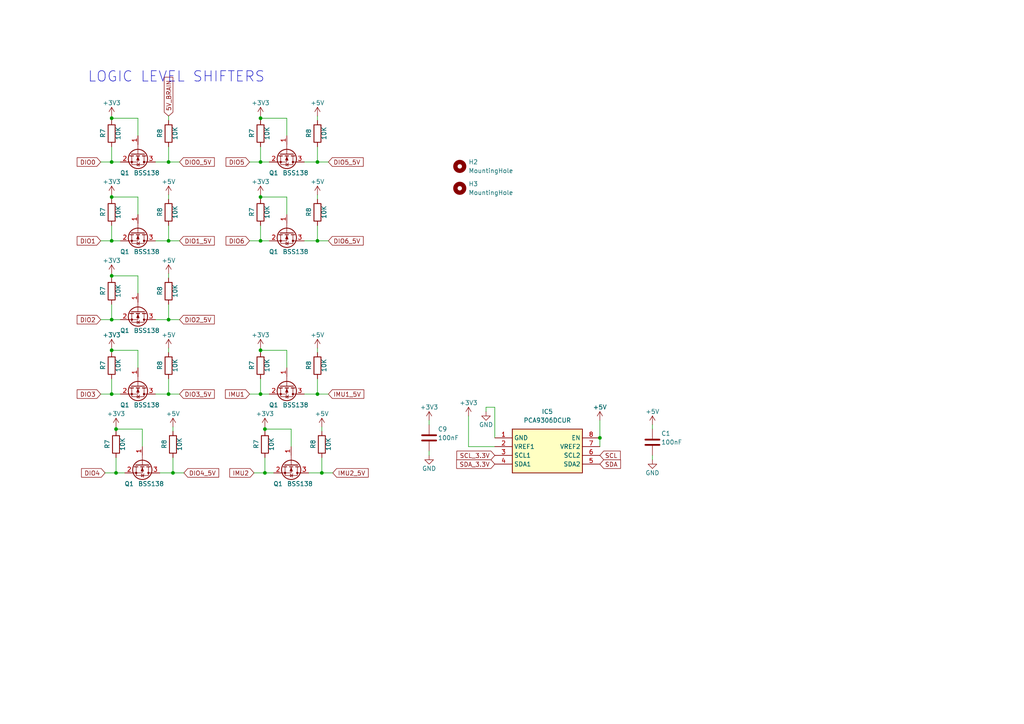
<source format=kicad_sch>
(kicad_sch (version 20230121) (generator eeschema)
  (paper "A4")
  (lib_symbols
    (symbol "Device:C" (pin_numbers hide) (pin_names (offset 0.254))
      (property "Reference" "C" (at 0.635 2.54 0))
      (property "Value" "C" (at 0.635 -2.54 0))
      (symbol "C_0_1"
        (polyline (pts (xy -2.032 -0.762) (xy 2.032 -0.762)) (stroke (width 0.508)))
        (polyline (pts (xy -2.032 0.762) (xy 2.032 0.762)) (stroke (width 0.508)))
      )
      (symbol "C_1_1"
        (pin passive line (at 0 3.81 270) (length 2.794) (name "~") (number "1"))
        (pin passive line (at 0 -3.81 90) (length 2.794) (name "~") (number "2"))
      )
    )
    (symbol "Device:R" (pin_numbers hide) (pin_names (offset 0))
      (property "Reference" "R" (at 2.032 0 90))
      (property "Value" "R" (at 0 0 90))
      (symbol "R_0_1"
        (rectangle (start -1.016 -2.54) (end 1.016 2.54) (stroke (width 0.254)))
      )
      (symbol "R_1_1"
        (pin passive line (at 0 3.81 270) (length 1.27) (name "~") (number "1"))
        (pin passive line (at 0 -3.81 90) (length 1.27) (name "~") (number "2"))
      )
    )
    (symbol "Mechanical:MountingHole" (pin_names (offset 1.016))
      (property "Reference" "H" (at 0 5.08 0))
      (property "Value" "MountingHole" (at 0 3.175 0))
      (symbol "MountingHole_0_1"
        (circle (center 0 0) (radius 1.27) (stroke (width 1.27)))
      )
    )
    (symbol "PCA9306DCUR:PCA9306DCUR"
      (property "Reference" "IC" (at 26.67 7.62 0))
      (property "Value" "PCA9306DCUR" (at 26.67 5.08 0))
      (symbol "PCA9306DCUR_1_1"
        (rectangle (start 5.08 2.54) (end 25.4 -10.16) (stroke (width 0.254)) (fill (type background)))
        (pin passive line (at 0 0 0) (length 5.08) (name "GND") (number "1"))
        (pin passive line (at 0 -2.54 0) (length 5.08) (name "VREF1") (number "2"))
        (pin passive line (at 0 -5.08 0) (length 5.08) (name "SCL1") (number "3"))
        (pin passive line (at 0 -7.62 0) (length 5.08) (name "SDA1") (number "4"))
        (pin passive line (at 30.48 -7.62 180) (length 5.08) (name "SDA2") (number "5"))
        (pin passive line (at 30.48 -5.08 180) (length 5.08) (name "SCL2") (number "6"))
        (pin passive line (at 30.48 -2.54 180) (length 5.08) (name "VREF2") (number "7"))
        (pin passive line (at 30.48 0 180) (length 5.08) (name "EN") (number "8"))
      )
    )
    (symbol "Transistor_FET:BSS138" (pin_names hide)
      (property "Reference" "Q" (at 5.08 1.905 0))
      (property "Value" "BSS138" (at 5.08 0 0))
      (symbol "BSS138_0_1"
        (polyline (pts (xy 0.254 0) (xy -2.54 0)))
        (polyline (pts (xy 0.254 1.905) (xy 0.254 -1.905)) (stroke (width 0.254)))
        (polyline (pts (xy 0.762 -1.27) (xy 0.762 -2.286)) (stroke (width 0.254)))
        (polyline (pts (xy 0.762 0.508) (xy 0.762 -0.508)) (stroke (width 0.254)))
        (polyline (pts (xy 0.762 2.286) (xy 0.762 1.27)) (stroke (width 0.254)))
        (polyline (pts (xy 2.54 2.54) (xy 2.54 1.778)))
        (polyline (pts (xy 2.54 -2.54) (xy 2.54 0) (xy 0.762 0)))
        (polyline (pts (xy 0.762 -1.778) (xy 3.302 -1.778) (xy 3.302 1.778) (xy 0.762 1.778)))
        (polyline (pts (xy 1.016 0) (xy 2.032 0.381) (xy 2.032 -0.381) (xy 1.016 0)) (fill (type outline)))
        (polyline (pts (xy 2.794 0.508) (xy 2.921 0.381) (xy 3.683 0.381) (xy 3.81 0.254)))
        (polyline (pts (xy 3.302 0.381) (xy 2.921 -0.254) (xy 3.683 -0.254) (xy 3.302 0.381)))
        (circle (center 1.651 0) (radius 2.794) (stroke (width 0.254)))
        (circle (center 2.54 -1.778) (radius 0.254) (fill (type outline)))
        (circle (center 2.54 1.778) (radius 0.254) (fill (type outline)))
      )
      (symbol "BSS138_1_1"
        (pin input line (at -5.08 0 0) (length 2.54) (name "G") (number "1"))
        (pin passive line (at 2.54 -5.08 90) (length 2.54) (name "S") (number "2"))
        (pin passive line (at 2.54 5.08 270) (length 2.54) (name "D") (number "3"))
      )
    )
    (symbol "power:+3V3" (power) (pin_names (offset 0))
      (property "Value" "+3V3" (at 0 3.556 0))
      (symbol "+3V3_0_1"
        (polyline (pts (xy -0.762 1.27) (xy 0 2.54)))
        (polyline (pts (xy 0 0) (xy 0 2.54)))
        (polyline (pts (xy 0 2.54) (xy 0.762 1.27)))
      )
      (symbol "+3V3_1_1"
        (pin power_in line (at 0 0 90) (length 0) hide (name "+3V3") (number "1"))
      )
    )
    (symbol "power:+5V" (power) (pin_names (offset 0))
      (property "Value" "+5V" (at 0 3.556 0))
      (symbol "+5V_0_1"
        (polyline (pts (xy -0.762 1.27) (xy 0 2.54)))
        (polyline (pts (xy 0 0) (xy 0 2.54)))
        (polyline (pts (xy 0 2.54) (xy 0.762 1.27)))
      )
      (symbol "+5V_1_1"
        (pin power_in line (at 0 0 90) (length 0) hide (name "+5V") (number "1"))
      )
    )
    (symbol "power:GND" (power) (pin_names (offset 0))
      (property "Value" "GND" (at 0 -3.81 0))
      (symbol "GND_0_1"
        (polyline (pts (xy 0 0) (xy 0 -1.27) (xy 1.27 -1.27) (xy 0 -2.54) (xy -1.27 -1.27) (xy 0 -1.27)))
      )
      (symbol "GND_1_1"
        (pin power_in line (at 0 0 270) (length 0) hide (name "GND") (number "1"))
      )
    )
  )
  (junction (at 32.385 101.6))
  (junction (at 173.99 127))
  (junction (at 48.895 69.85))
  (junction (at 75.565 69.85))
  (junction (at 48.895 92.71))
  (junction (at 32.385 46.99))
  (junction (at 32.385 57.15))
  (junction (at 48.895 46.99))
  (junction (at 75.565 34.29))
  (junction (at 75.565 57.15))
  (junction (at 32.385 80.01))
  (junction (at 92.075 46.99))
  (junction (at 75.565 101.6))
  (junction (at 32.385 92.71))
  (junction (at 92.075 69.85))
  (junction (at 93.345 137.16))
  (junction (at 48.895 114.3))
  (junction (at 76.835 137.16))
  (junction (at 33.655 137.16))
  (junction (at 50.165 137.16))
  (junction (at 75.565 114.3))
  (junction (at 32.385 114.3))
  (junction (at 32.385 69.85))
  (junction (at 92.075 114.3))
  (junction (at 75.565 46.99))
  (junction (at 76.835 124.46))
  (junction (at 33.655 124.46))
  (junction (at 32.385 34.29))
  (wire (pts (xy 189.23 132.08) (xy 189.23 133.35)))
  (wire (pts (xy 33.655 124.46) (xy 33.655 125.095)))
  (wire (pts (xy 72.39 69.85) (xy 75.565 69.85)))
  (wire (pts (xy 93.345 123.825) (xy 93.345 125.095)))
  (wire (pts (xy 92.075 46.99) (xy 95.25 46.99)))
  (wire (pts (xy 32.385 80.01) (xy 32.385 80.645)))
  (wire (pts (xy 29.21 92.71) (xy 32.385 92.71)))
  (wire (pts (xy 30.48 137.16) (xy 33.655 137.16)))
  (wire (pts (xy 48.895 69.85) (xy 52.07 69.85)))
  (wire (pts (xy 48.895 46.99) (xy 52.07 46.99)))
  (wire (pts (xy 50.165 137.16) (xy 53.34 137.16)))
  (wire (pts (xy 40.005 62.23) (xy 40.005 57.15)))
  (wire (pts (xy 32.385 57.15) (xy 32.385 57.785)))
  (wire (pts (xy 48.895 114.3) (xy 52.07 114.3)))
  (wire (pts (xy 83.185 62.23) (xy 83.185 57.15)))
  (wire (pts (xy 48.895 100.965) (xy 48.895 102.235)))
  (wire (pts (xy 40.005 101.6) (xy 32.385 101.6)))
  (wire (pts (xy 48.895 88.265) (xy 48.895 92.71)))
  (wire (pts (xy 72.39 114.3) (xy 75.565 114.3)))
  (wire (pts (xy 32.385 34.29) (xy 32.385 34.925)))
  (wire (pts (xy 33.655 123.825) (xy 33.655 124.46)))
  (wire (pts (xy 32.385 114.3) (xy 34.925 114.3)))
  (wire (pts (xy 83.185 34.29) (xy 75.565 34.29)))
  (wire (pts (xy 92.075 114.3) (xy 95.25 114.3)))
  (wire (pts (xy 48.895 79.375) (xy 48.895 80.645)))
  (wire (pts (xy 83.185 106.68) (xy 83.185 101.6)))
  (wire (pts (xy 173.99 127) (xy 173.99 129.54)))
  (wire (pts (xy 40.005 39.37) (xy 40.005 34.29)))
  (wire (pts (xy 76.835 124.46) (xy 76.835 125.095)))
  (wire (pts (xy 72.39 46.99) (xy 75.565 46.99)))
  (wire (pts (xy 32.385 101.6) (xy 32.385 102.235)))
  (wire (pts (xy 48.895 33.655) (xy 48.895 34.925)))
  (wire (pts (xy 50.165 132.715) (xy 50.165 137.16)))
  (wire (pts (xy 40.005 57.15) (xy 32.385 57.15)))
  (wire (pts (xy 75.565 65.405) (xy 75.565 69.85)))
  (wire (pts (xy 29.21 46.99) (xy 32.385 46.99)))
  (wire (pts (xy 75.565 57.15) (xy 75.565 57.785)))
  (wire (pts (xy 48.895 65.405) (xy 48.895 69.85)))
  (wire (pts (xy 45.085 46.99) (xy 48.895 46.99)))
  (wire (pts (xy 32.385 92.71) (xy 34.925 92.71)))
  (wire (pts (xy 73.66 137.16) (xy 76.835 137.16)))
  (wire (pts (xy 75.565 69.85) (xy 78.105 69.85)))
  (wire (pts (xy 40.005 80.01) (xy 32.385 80.01)))
  (wire (pts (xy 48.895 56.515) (xy 48.895 57.785)))
  (wire (pts (xy 32.385 79.375) (xy 32.385 80.01)))
  (wire (pts (xy 32.385 100.965) (xy 32.385 101.6)))
  (wire (pts (xy 93.345 137.16) (xy 96.52 137.16)))
  (wire (pts (xy 29.21 114.3) (xy 32.385 114.3)))
  (wire (pts (xy 32.385 42.545) (xy 32.385 46.99)))
  (wire (pts (xy 75.565 46.99) (xy 78.105 46.99)))
  (wire (pts (xy 33.655 137.16) (xy 36.195 137.16)))
  (wire (pts (xy 84.455 124.46) (xy 76.835 124.46)))
  (wire (pts (xy 189.23 123.19) (xy 189.23 124.46)))
  (wire (pts (xy 83.185 57.15) (xy 75.565 57.15)))
  (wire (pts (xy 45.085 92.71) (xy 48.895 92.71)))
  (wire (pts (xy 76.835 123.825) (xy 76.835 124.46)))
  (wire (pts (xy 41.275 129.54) (xy 41.275 124.46)))
  (wire (pts (xy 32.385 33.655) (xy 32.385 34.29)))
  (wire (pts (xy 76.835 132.715) (xy 76.835 137.16)))
  (wire (pts (xy 124.46 121.92) (xy 124.46 123.19)))
  (wire (pts (xy 45.085 69.85) (xy 48.895 69.85)))
  (wire (pts (xy 32.385 46.99) (xy 34.925 46.99)))
  (wire (pts (xy 48.895 109.855) (xy 48.895 114.3)))
  (wire (pts (xy 92.075 65.405) (xy 92.075 69.85)))
  (wire (pts (xy 83.185 101.6) (xy 75.565 101.6)))
  (wire (pts (xy 92.075 33.655) (xy 92.075 34.925)))
  (wire (pts (xy 92.075 109.855) (xy 92.075 114.3)))
  (wire (pts (xy 41.275 124.46) (xy 33.655 124.46)))
  (wire (pts (xy 83.185 39.37) (xy 83.185 34.29)))
  (wire (pts (xy 40.005 85.09) (xy 40.005 80.01)))
  (wire (pts (xy 45.085 114.3) (xy 48.895 114.3)))
  (wire (pts (xy 88.265 114.3) (xy 92.075 114.3)))
  (wire (pts (xy 75.565 34.29) (xy 75.565 34.925)))
  (wire (pts (xy 89.535 137.16) (xy 93.345 137.16)))
  (wire (pts (xy 92.075 42.545) (xy 92.075 46.99)))
  (wire (pts (xy 29.21 69.85) (xy 32.385 69.85)))
  (wire (pts (xy 93.345 132.715) (xy 93.345 137.16)))
  (wire (pts (xy 75.565 109.855) (xy 75.565 114.3)))
  (wire (pts (xy 143.51 127) (xy 143.51 118.11)))
  (wire (pts (xy 75.565 56.515) (xy 75.565 57.15)))
  (wire (pts (xy 124.46 130.81) (xy 124.46 132.08)))
  (wire (pts (xy 40.005 34.29) (xy 32.385 34.29)))
  (wire (pts (xy 32.385 56.515) (xy 32.385 57.15)))
  (wire (pts (xy 92.075 100.965) (xy 92.075 102.235)))
  (wire (pts (xy 76.835 137.16) (xy 79.375 137.16)))
  (wire (pts (xy 88.265 46.99) (xy 92.075 46.99)))
  (wire (pts (xy 92.075 69.85) (xy 95.25 69.85)))
  (wire (pts (xy 33.655 132.715) (xy 33.655 137.16)))
  (wire (pts (xy 32.385 88.265) (xy 32.385 92.71)))
  (wire (pts (xy 92.075 56.515) (xy 92.075 57.785)))
  (wire (pts (xy 75.565 42.545) (xy 75.565 46.99)))
  (wire (pts (xy 140.97 118.11) (xy 140.97 119.38)))
  (wire (pts (xy 46.355 137.16) (xy 50.165 137.16)))
  (wire (pts (xy 48.895 92.71) (xy 52.07 92.71)))
  (wire (pts (xy 75.565 33.655) (xy 75.565 34.29)))
  (wire (pts (xy 75.565 114.3) (xy 78.105 114.3)))
  (wire (pts (xy 88.265 69.85) (xy 92.075 69.85)))
  (wire (pts (xy 143.51 129.54) (xy 135.89 129.54)))
  (wire (pts (xy 40.005 106.68) (xy 40.005 101.6)))
  (wire (pts (xy 84.455 129.54) (xy 84.455 124.46)))
  (wire (pts (xy 32.385 69.85) (xy 34.925 69.85)))
  (wire (pts (xy 32.385 109.855) (xy 32.385 114.3)))
  (wire (pts (xy 135.89 129.54) (xy 135.89 120.65)))
  (wire (pts (xy 75.565 101.6) (xy 75.565 102.235)))
  (wire (pts (xy 32.385 65.405) (xy 32.385 69.85)))
  (wire (pts (xy 173.99 121.92) (xy 173.99 127)))
  (wire (pts (xy 48.895 42.545) (xy 48.895 46.99)))
  (wire (pts (xy 75.565 100.965) (xy 75.565 101.6)))
  (wire (pts (xy 50.165 123.825) (xy 50.165 125.095)))
  (wire (pts (xy 143.51 118.11) (xy 140.97 118.11)))
  (text "LOGIC LEVEL SHIFTERS" (at 25.4 24.13 0) (effects (font (size 3 3)) (justify left bottom)))
  (global_label "DIO5_5V" (shape input) (at 95.25 46.99 0) (property "Intersheetrefs" "${INTERSHEET_REFS}" (effects hide)))
  (global_label "5V_BRAIN" (shape input) (at 48.895 33.655 90) (property "Intersheetrefs" "${INTERSHEET_REFS}" (effects hide)))
  (global_label "DIO1_5V" (shape input) (at 52.07 69.85 0) (property "Intersheetrefs" "${INTERSHEET_REFS}" (effects hide)))
  (global_label "SCL_3.3V" (shape input) (at 143.51 132.08 180) (property "Intersheetrefs" "${INTERSHEET_REFS}" (effects hide)))
  (global_label "DIO4" (shape input) (at 30.48 137.16 180) (property "Intersheetrefs" "${INTERSHEET_REFS}" (effects hide)))
  (global_label "DIO5" (shape input) (at 72.39 46.99 180) (property "Intersheetrefs" "${INTERSHEET_REFS}" (effects hide)))
  (global_label "DIO6" (shape input) (at 72.39 69.85 180) (property "Intersheetrefs" "${INTERSHEET_REFS}" (effects hide)))
  (global_label "DIO2" (shape input) (at 29.21 92.71 180) (property "Intersheetrefs" "${INTERSHEET_REFS}" (effects hide)))
  (global_label "DIO4_5V" (shape input) (at 53.34 137.16 0) (property "Intersheetrefs" "${INTERSHEET_REFS}" (effects hide)))
  (global_label "SDA_3.3V" (shape input) (at 143.51 134.62 180) (property "Intersheetrefs" "${INTERSHEET_REFS}" (effects hide)))
  (global_label "DIO0" (shape input) (at 29.21 46.99 180) (property "Intersheetrefs" "${INTERSHEET_REFS}" (effects hide)))
  (global_label "IMU2" (shape input) (at 73.66 137.16 180) (property "Intersheetrefs" "${INTERSHEET_REFS}" (effects hide)))
  (global_label "DIO3" (shape input) (at 29.21 114.3 180) (property "Intersheetrefs" "${INTERSHEET_REFS}" (effects hide)))
  (global_label "DIO0_5V" (shape input) (at 52.07 46.99 0) (property "Intersheetrefs" "${INTERSHEET_REFS}" (effects hide)))
  (global_label "DIO1" (shape input) (at 29.21 69.85 180) (property "Intersheetrefs" "${INTERSHEET_REFS}" (effects hide)))
  (global_label "IMU2_5V" (shape input) (at 96.52 137.16 0) (property "Intersheetrefs" "${INTERSHEET_REFS}" (effects hide)))
  (global_label "DIO3_5V" (shape input) (at 52.07 114.3 0) (property "Intersheetrefs" "${INTERSHEET_REFS}" (effects hide)))
  (global_label "SCL" (shape input) (at 173.99 132.08 0) (property "Intersheetrefs" "${INTERSHEET_REFS}" (effects hide)))
  (global_label "IMU1_5V" (shape input) (at 95.25 114.3 0) (property "Intersheetrefs" "${INTERSHEET_REFS}" (effects hide)))
  (global_label "IMU1" (shape input) (at 72.39 114.3 180) (property "Intersheetrefs" "${INTERSHEET_REFS}" (effects hide)))
  (global_label "DIO2_5V" (shape input) (at 52.07 92.71 0) (property "Intersheetrefs" "${INTERSHEET_REFS}" (effects hide)))
  (global_label "DIO6_5V" (shape input) (at 95.25 69.85 0) (property "Intersheetrefs" "${INTERSHEET_REFS}" (effects hide)))
  (global_label "SDA" (shape input) (at 173.99 134.62 0) (property "Intersheetrefs" "${INTERSHEET_REFS}" (effects hide)))
  (symbol (lib_id "Device:C") (at 189.23 128.27 0) (unit 1)
    (property "Reference" "C1" (at 191.77 125.73 0) (effects (justify left)))
    (property "Value" "100nF" (at 191.77 128.27 0) (effects (justify left)))
    (property "Footprint" "Capacitor_SMD:C_0603_1608Metric" (effects hide))
    (instances (project "mainControllerGRR" (path "" (reference "C1") (unit 1)) (path "" (reference "C14") (unit 1))))
  )
  (symbol (lib_id "power:+5V") (at 48.895 100.965 0) (unit 1)
    (property "Reference" "#PWR0109" (effects hide))
    (property "Value" "+5V" (at 48.895 97.155 0))
    (instances (project "mainControllerGRR" (path "" (reference "#PWR0109") (unit 1)) (path "" (reference "#PWR0115") (unit 1))))
  )
  (symbol (lib_id "Device:R") (at 93.345 128.905 0) (unit 1)
    (property "Reference" "R8" (at 90.805 130.175 90) (effects (justify left)))
    (property "Value" "10K" (at 95.25 130.81 90) (effects (justify left)))
    (property "Footprint" "Resistor_SMD:R_0603_1608Metric" (effects hide))
    (property "LCSC" "C844521" (effects hide))
    (instances (project "mainControllerGRR" (path "" (reference "R8") (unit 1)) (path "" (reference "R26") (unit 1))))
  )
  (symbol (lib_id "Transistor_FET:BSS138") (at 40.005 67.31 270) (unit 1)
    (property "Reference" "Q1" (at 36.195 73.025 90))
    (property "Value" "BSS138" (at 42.545 73.025 90))
    (property "Footprint" "Package_TO_SOT_SMD:SOT-23" (effects hide))
    (property "Datasheet" "https://www.onsemi.com/pub/Collateral/BSS138-D.PDF" (effects hide))
    (instances (project "mainControllerGRR" (path "" (reference "Q1") (unit 1)) (path "" (reference "Q2") (unit 1))))
  )
  (symbol (lib_id "Device:R") (at 48.895 61.595 0) (unit 1)
    (property "Reference" "R8" (at 46.355 62.865 90) (effects (justify left)))
    (property "Value" "10K" (at 50.8 63.5 90) (effects (justify left)))
    (property "Footprint" "Resistor_SMD:R_0603_1608Metric" (effects hide))
    (property "LCSC" "C844521" (effects hide))
    (instances (project "mainControllerGRR" (path "" (reference "R8") (unit 1)) (path "" (reference "R10") (unit 1))))
  )
  (symbol (lib_id "power:GND") (at 189.23 133.35 0) (unit 1)
    (property "Reference" "#PWR05" (effects hide))
    (property "Value" "GND" (at 189.23 137.16 0))
    (instances (project "mainControllerGRR" (path "" (reference "#PWR05") (unit 1)) (path "" (reference "#PWR0140") (unit 1))))
  )
  (symbol (lib_id "Device:R") (at 48.895 38.735 0) (unit 1)
    (property "Reference" "R8" (at 46.355 40.005 90) (effects (justify left)))
    (property "Value" "10K" (at 50.8 40.64 90) (effects (justify left)))
    (property "Footprint" "Resistor_SMD:R_0603_1608Metric" (effects hide))
    (property "LCSC" "C844521" (effects hide))
  )
  (symbol (lib_id "Transistor_FET:BSS138") (at 83.185 67.31 270) (unit 1)
    (property "Reference" "Q1" (at 79.375 73.025 90))
    (property "Value" "BSS138" (at 85.725 73.025 90))
    (property "Footprint" "Package_TO_SOT_SMD:SOT-23" (effects hide))
    (property "Datasheet" "https://www.onsemi.com/pub/Collateral/BSS138-D.PDF" (effects hide))
    (instances (project "mainControllerGRR" (path "" (reference "Q1") (unit 1)) (path "" (reference "Q7") (unit 1))))
  )
  (symbol (lib_id "power:+3V3") (at 32.385 100.965 0) (unit 1)
    (property "Reference" "#PWR0108" (effects hide))
    (property "Value" "+3V3" (at 32.385 97.155 0))
    (instances (project "mainControllerGRR" (path "" (reference "#PWR0108") (unit 1)) (path "" (reference "#PWR0114") (unit 1))))
  )
  (symbol (lib_id "Device:R") (at 75.565 106.045 0) (unit 1)
    (property "Reference" "R7" (at 73.025 107.315 90) (effects (justify left)))
    (property "Value" "10K" (at 77.47 107.95 90) (effects (justify left)))
    (property "Footprint" "Resistor_SMD:R_0603_1608Metric" (effects hide))
    (property "LCSC" "C844521" (effects hide))
    (instances (project "mainControllerGRR" (path "" (reference "R7") (unit 1)) (path "" (reference "R20") (unit 1))))
  )
  (symbol (lib_id "power:+5V") (at 92.075 56.515 0) (unit 1)
    (property "Reference" "#PWR0109" (effects hide))
    (property "Value" "+5V" (at 92.075 52.705 0))
    (instances (project "mainControllerGRR" (path "" (reference "#PWR0109") (unit 1)) (path "" (reference "#PWR0124") (unit 1))))
  )
  (symbol (lib_id "Transistor_FET:BSS138") (at 40.005 111.76 270) (unit 1)
    (property "Reference" "Q1" (at 36.195 117.475 90))
    (property "Value" "BSS138" (at 42.545 117.475 90))
    (property "Footprint" "Package_TO_SOT_SMD:SOT-23" (effects hide))
    (property "Datasheet" "https://www.onsemi.com/pub/Collateral/BSS138-D.PDF" (effects hide))
    (instances (project "mainControllerGRR" (path "" (reference "Q1") (unit 1)) (path "" (reference "Q4") (unit 1))))
  )
  (symbol (lib_id "Device:C") (at 124.46 127 0) (unit 1)
    (property "Reference" "C9" (at 127 124.46 0) (effects (justify left)))
    (property "Value" "100nF" (at 127 127 0) (effects (justify left)))
    (property "Footprint" "Capacitor_SMD:C_0603_1608Metric" (effects hide))
    (instances (project "mainControllerGRR" (path "" (reference "C9") (unit 1)) (path "" (reference "C12") (unit 1))))
  )
  (symbol (lib_id "power:+3V3") (at 75.565 33.655 0) (unit 1)
    (property "Reference" "#PWR0108" (effects hide))
    (property "Value" "+3V3" (at 75.565 29.845 0))
    (instances (project "mainControllerGRR" (path "" (reference "#PWR0108") (unit 1)) (path "" (reference "#PWR0118") (unit 1))))
  )
  (symbol (lib_id "Device:R") (at 92.075 106.045 0) (unit 1)
    (property "Reference" "R8" (at 89.535 107.315 90) (effects (justify left)))
    (property "Value" "10K" (at 93.98 107.95 90) (effects (justify left)))
    (property "Footprint" "Resistor_SMD:R_0603_1608Metric" (effects hide))
    (property "LCSC" "C844521" (effects hide))
    (instances (project "mainControllerGRR" (path "" (reference "R8") (unit 1)) (path "" (reference "R25") (unit 1))))
  )
  (symbol (lib_id "power:+5V") (at 173.99 121.92 0) (mirror y) (unit 1)
    (property "Reference" "#PWR0132" (effects hide))
    (property "Value" "+5V" (at 173.99 118.11 0))
  )
  (symbol (lib_id "Device:R") (at 75.565 38.735 0) (unit 1)
    (property "Reference" "R7" (at 73.025 40.005 90) (effects (justify left)))
    (property "Value" "10K" (at 77.47 40.64 90) (effects (justify left)))
    (property "Footprint" "Resistor_SMD:R_0603_1608Metric" (effects hide))
    (property "LCSC" "C844521" (effects hide))
    (instances (project "mainControllerGRR" (path "" (reference "R7") (unit 1)) (path "" (reference "R17") (unit 1))))
  )
  (symbol (lib_id "power:+5V") (at 48.895 79.375 0) (unit 1)
    (property "Reference" "#PWR0109" (effects hide))
    (property "Value" "+5V" (at 48.895 75.565 0))
    (instances (project "mainControllerGRR" (path "" (reference "#PWR0109") (unit 1)) (path "" (reference "#PWR0113") (unit 1))))
  )
  (symbol (lib_id "Device:R") (at 32.385 84.455 0) (unit 1)
    (property "Reference" "R7" (at 29.845 85.725 90) (effects (justify left)))
    (property "Value" "10K" (at 34.29 86.36 90) (effects (justify left)))
    (property "Footprint" "Resistor_SMD:R_0603_1608Metric" (effects hide))
    (property "LCSC" "C844521" (effects hide))
    (instances (project "mainControllerGRR" (path "" (reference "R7") (unit 1)) (path "" (reference "R11") (unit 1))))
  )
  (symbol (lib_id "Device:R") (at 48.895 106.045 0) (unit 1)
    (property "Reference" "R8" (at 46.355 107.315 90) (effects (justify left)))
    (property "Value" "10K" (at 50.8 107.95 90) (effects (justify left)))
    (property "Footprint" "Resistor_SMD:R_0603_1608Metric" (effects hide))
    (property "LCSC" "C844521" (effects hide))
    (instances (project "mainControllerGRR" (path "" (reference "R8") (unit 1)) (path "" (reference "R14") (unit 1))))
  )
  (symbol (lib_id "power:+3V3") (at 124.46 121.92 0) (unit 1)
    (property "Reference" "#PWR0102" (effects hide))
    (property "Value" "+3V3" (at 124.46 118.11 0))
    (instances (project "mainControllerGRR" (path "" (reference "#PWR0102") (unit 1)) (path "" (reference "#PWR0135") (unit 1))))
  )
  (symbol (lib_id "power:+5V") (at 48.895 56.515 0) (unit 1)
    (property "Reference" "#PWR0109" (effects hide))
    (property "Value" "+5V" (at 48.895 52.705 0))
    (instances (project "mainControllerGRR" (path "" (reference "#PWR0109") (unit 1)) (path "" (reference "#PWR0111") (unit 1))))
  )
  (symbol (lib_id "Transistor_FET:BSS138") (at 40.005 90.17 270) (unit 1)
    (property "Reference" "Q1" (at 36.195 95.885 90))
    (property "Value" "BSS138" (at 42.545 95.885 90))
    (property "Footprint" "Package_TO_SOT_SMD:SOT-23" (effects hide))
    (property "Datasheet" "https://www.onsemi.com/pub/Collateral/BSS138-D.PDF" (effects hide))
    (instances (project "mainControllerGRR" (path "" (reference "Q1") (unit 1)) (path "" (reference "Q3") (unit 1))))
  )
  (symbol (lib_id "Transistor_FET:BSS138") (at 40.005 44.45 270) (unit 1)
    (property "Reference" "Q1" (at 36.195 50.165 90))
    (property "Value" "BSS138" (at 42.545 50.165 90))
    (property "Footprint" "Package_TO_SOT_SMD:SOT-23" (effects hide))
    (property "Datasheet" "https://www.onsemi.com/pub/Collateral/BSS138-D.PDF" (effects hide))
  )
  (symbol (lib_id "Transistor_FET:BSS138") (at 84.455 134.62 270) (unit 1)
    (property "Reference" "Q1" (at 80.645 140.335 90))
    (property "Value" "BSS138" (at 86.995 140.335 90))
    (property "Footprint" "Package_TO_SOT_SMD:SOT-23" (effects hide))
    (property "Datasheet" "https://www.onsemi.com/pub/Collateral/BSS138-D.PDF" (effects hide))
    (instances (project "mainControllerGRR" (path "" (reference "Q1") (unit 1)) (path "" (reference "Q10") (unit 1))))
  )
  (symbol (lib_id "power:+5V") (at 92.075 33.655 0) (unit 1)
    (property "Reference" "#PWR0109" (effects hide))
    (property "Value" "+5V" (at 92.075 29.845 0))
    (instances (project "mainControllerGRR" (path "" (reference "#PWR0109") (unit 1)) (path "" (reference "#PWR0123") (unit 1))))
  )
  (symbol (lib_id "Mechanical:MountingHole") (at 133.35 48.26 0) (unit 1)
    (property "Reference" "H2" (at 135.89 46.99 0) (effects (justify left)))
    (property "Value" "MountingHole" (at 135.89 49.53 0) (effects (justify left)))
    (property "Footprint" "MountingHole:MountingHole_3.2mm_M3" (effects hide))
  )
  (symbol (lib_id "power:GND") (at 140.97 119.38 0) (unit 1)
    (property "Reference" "#PWR012" (effects hide))
    (property "Value" "GND" (at 140.97 123.19 0))
    (instances (project "mainControllerGRR" (path "" (reference "#PWR012") (unit 1)) (path "" (reference "#PWR0101") (unit 1))))
  )
  (symbol (lib_id "Device:R") (at 75.565 61.595 0) (unit 1)
    (property "Reference" "R7" (at 73.025 62.865 90) (effects (justify left)))
    (property "Value" "10K" (at 77.47 63.5 90) (effects (justify left)))
    (property "Footprint" "Resistor_SMD:R_0603_1608Metric" (effects hide))
    (instances (project "mainControllerGRR" (path "" (reference "R7") (unit 1)) (path "" (reference "R18") (unit 1))))
  )
  (symbol (lib_id "power:+3V3") (at 135.89 120.65 0) (unit 1)
    (property "Reference" "#PWR0101" (effects hide))
    (property "Value" "+3V3" (at 135.89 116.84 0))
    (instances (project "mainControllerGRR" (path "" (reference "#PWR0101") (unit 1)) (path "" (reference "#PWR012") (unit 1))))
  )
  (symbol (lib_id "Device:R") (at 92.075 38.735 0) (unit 1)
    (property "Reference" "R8" (at 89.535 40.005 90) (effects (justify left)))
    (property "Value" "10K" (at 93.98 40.64 90) (effects (justify left)))
    (property "Footprint" "Resistor_SMD:R_0603_1608Metric" (effects hide))
    (property "LCSC" "C844521" (effects hide))
    (instances (project "mainControllerGRR" (path "" (reference "R8") (unit 1)) (path "" (reference "R22") (unit 1))))
  )
  (symbol (lib_id "power:+5V") (at 93.345 123.825 0) (unit 1)
    (property "Reference" "#PWR0109" (effects hide))
    (property "Value" "+5V" (at 93.345 120.015 0))
    (instances (project "mainControllerGRR" (path "" (reference "#PWR0109") (unit 1)) (path "" (reference "#PWR0127") (unit 1))))
  )
  (symbol (lib_id "Device:R") (at 76.835 128.905 0) (unit 1)
    (property "Reference" "R7" (at 74.295 130.175 90) (effects (justify left)))
    (property "Value" "10K" (at 78.74 130.81 90) (effects (justify left)))
    (property "Footprint" "Resistor_SMD:R_0603_1608Metric" (effects hide))
    (property "LCSC" "C844521" (effects hide))
    (instances (project "mainControllerGRR" (path "" (reference "R7") (unit 1)) (path "" (reference "R21") (unit 1))))
  )
  (symbol (lib_id "Device:R") (at 48.895 84.455 0) (unit 1)
    (property "Reference" "R8" (at 46.355 85.725 90) (effects (justify left)))
    (property "Value" "10K" (at 50.8 86.36 90) (effects (justify left)))
    (property "Footprint" "Resistor_SMD:R_0603_1608Metric" (effects hide))
    (property "LCSC" "C844521" (effects hide))
    (instances (project "mainControllerGRR" (path "" (reference "R8") (unit 1)) (path "" (reference "R12") (unit 1))))
  )
  (symbol (lib_id "Device:R") (at 32.385 61.595 0) (unit 1)
    (property "Reference" "R7" (at 29.845 62.865 90) (effects (justify left)))
    (property "Value" "10K" (at 34.29 63.5 90) (effects (justify left)))
    (property "Footprint" "Resistor_SMD:R_0603_1608Metric" (effects hide))
    (property "LCSC" "C844521" (effects hide))
    (instances (project "mainControllerGRR" (path "" (reference "R7") (unit 1)) (path "" (reference "R9") (unit 1))))
  )
  (symbol (lib_id "Mechanical:MountingHole") (at 133.35 54.61 0) (unit 1)
    (property "Reference" "H3" (at 135.89 53.34 0) (effects (justify left)))
    (property "Value" "MountingHole" (at 135.89 55.88 0) (effects (justify left)))
    (property "Footprint" "MountingHole:MountingHole_3.2mm_M3" (effects hide))
  )
  (symbol (lib_id "Device:R") (at 32.385 38.735 0) (unit 1)
    (property "Reference" "R7" (at 29.845 40.005 90) (effects (justify left)))
    (property "Value" "10K" (at 34.29 40.64 90) (effects (justify left)))
    (property "Footprint" "Resistor_SMD:R_0603_1608Metric" (effects hide))
    (property "LCSC" "C844521" (effects hide))
  )
  (symbol (lib_id "PCA9306DCUR:PCA9306DCUR") (at 143.51 127 0) (unit 1)
    (property "Reference" "IC5" (at 158.75 119.38 0))
    (property "Value" "PCA9306DCUR" (at 158.75 121.92 0))
    (property "Footprint" "footprints:SOP50P310X90-8N" (effects hide))
    (property "Datasheet" "http://www.ti.com/lit/gpn/pca9306" (effects hide))
    (property "Height" "0.9" (effects hide))
    (property "Manufacturer_Name" "Texas Instruments" (effects hide))
    (property "Manufacturer_Part_Number" "PCA9306DCUR" (effects hide))
    (property "Mouser Part Number" "595-PCA9306DCUR" (effects hide))
    (property "Mouser Price/Stock" "https://www.mouser.co.uk/ProductDetail/Texas-Instruments/PCA9306DCUR?qs=wgAEGBTxy7nQr5PRxNBUNA%3D%3D" (effects hide))
    (property "Arrow Part Number" "PCA9306DCUR" (effects hide))
    (property "Arrow Price/Stock" "https://www.arrow.com/en/products/pca9306dcur/texas-instruments?region=nac" (effects hide))
  )
  (symbol (lib_id "Device:R") (at 50.165 128.905 0) (unit 1)
    (property "Reference" "R8" (at 47.625 130.175 90) (effects (justify left)))
    (property "Value" "10K" (at 52.07 130.81 90) (effects (justify left)))
    (property "Footprint" "Resistor_SMD:R_0603_1608Metric" (effects hide))
    (property "LCSC" "C844521" (effects hide))
    (instances (project "mainControllerGRR" (path "" (reference "R8") (unit 1)) (path "" (reference "R16") (unit 1))))
  )
  (symbol (lib_id "Device:R") (at 92.075 61.595 0) (unit 1)
    (property "Reference" "R8" (at 89.535 62.865 90) (effects (justify left)))
    (property "Value" "10K" (at 93.98 63.5 90) (effects (justify left)))
    (property "Footprint" "Resistor_SMD:R_0603_1608Metric" (effects hide))
    (instances (project "mainControllerGRR" (path "" (reference "R8") (unit 1)) (path "" (reference "R23") (unit 1))))
  )
  (symbol (lib_id "power:+5V") (at 92.075 100.965 0) (unit 1)
    (property "Reference" "#PWR0109" (effects hide))
    (property "Value" "+5V" (at 92.075 97.155 0))
    (instances (project "mainControllerGRR" (path "" (reference "#PWR0109") (unit 1)) (path "" (reference "#PWR0126") (unit 1))))
  )
  (symbol (lib_id "power:+3V3") (at 76.835 123.825 0) (unit 1)
    (property "Reference" "#PWR0108" (effects hide))
    (property "Value" "+3V3" (at 76.835 120.015 0))
    (instances (project "mainControllerGRR" (path "" (reference "#PWR0108") (unit 1)) (path "" (reference "#PWR0122") (unit 1))))
  )
  (symbol (lib_id "power:+3V3") (at 75.565 56.515 0) (unit 1)
    (property "Reference" "#PWR0108" (effects hide))
    (property "Value" "+3V3" (at 75.565 52.705 0))
    (instances (project "mainControllerGRR" (path "" (reference "#PWR0108") (unit 1)) (path "" (reference "#PWR0119") (unit 1))))
  )
  (symbol (lib_id "Device:R") (at 33.655 128.905 0) (unit 1)
    (property "Reference" "R7" (at 31.115 130.175 90) (effects (justify left)))
    (property "Value" "10K" (at 35.56 130.81 90) (effects (justify left)))
    (property "Footprint" "Resistor_SMD:R_0603_1608Metric" (effects hide))
    (property "LCSC" "C844521" (effects hide))
    (instances (project "mainControllerGRR" (path "" (reference "R7") (unit 1)) (path "" (reference "R15") (unit 1))))
  )
  (symbol (lib_id "power:+3V3") (at 32.385 79.375 0) (unit 1)
    (property "Reference" "#PWR0108" (effects hide))
    (property "Value" "+3V3" (at 32.385 75.565 0))
    (instances (project "mainControllerGRR" (path "" (reference "#PWR0108") (unit 1)) (path "" (reference "#PWR0112") (unit 1))))
  )
  (symbol (lib_id "power:+3V3") (at 33.655 123.825 0) (unit 1)
    (property "Reference" "#PWR0108" (effects hide))
    (property "Value" "+3V3" (at 33.655 120.015 0))
    (instances (project "mainControllerGRR" (path "" (reference "#PWR0108") (unit 1)) (path "" (reference "#PWR0116") (unit 1))))
  )
  (symbol (lib_id "Transistor_FET:BSS138") (at 83.185 111.76 270) (unit 1)
    (property "Reference" "Q1" (at 79.375 117.475 90))
    (property "Value" "BSS138" (at 85.725 117.475 90))
    (property "Footprint" "Package_TO_SOT_SMD:SOT-23" (effects hide))
    (property "Datasheet" "https://www.onsemi.com/pub/Collateral/BSS138-D.PDF" (effects hide))
    (instances (project "mainControllerGRR" (path "" (reference "Q1") (unit 1)) (path "" (reference "Q9") (unit 1))))
  )
  (symbol (lib_id "power:GND") (at 124.46 132.08 0) (unit 1)
    (property "Reference" "#PWR0103" (effects hide))
    (property "Value" "GND" (at 124.46 135.89 0))
    (instances (project "mainControllerGRR" (path "" (reference "#PWR0103") (unit 1)) (path "" (reference "#PWR0136") (unit 1))))
  )
  (symbol (lib_id "Device:R") (at 32.385 106.045 0) (unit 1)
    (property "Reference" "R7" (at 29.845 107.315 90) (effects (justify left)))
    (property "Value" "10K" (at 34.29 107.95 90) (effects (justify left)))
    (property "Footprint" "Resistor_SMD:R_0603_1608Metric" (effects hide))
    (property "LCSC" "C844521" (effects hide))
    (instances (project "mainControllerGRR" (path "" (reference "R7") (unit 1)) (path "" (reference "R13") (unit 1))))
  )
  (symbol (lib_id "power:+5V") (at 50.165 123.825 0) (unit 1)
    (property "Reference" "#PWR0109" (effects hide))
    (property "Value" "+5V" (at 50.165 120.015 0))
    (instances (project "mainControllerGRR" (path "" (reference "#PWR0109") (unit 1)) (path "" (reference "#PWR0117") (unit 1))))
  )
  (symbol (lib_id "power:+3V3") (at 75.565 100.965 0) (unit 1)
    (property "Reference" "#PWR0108" (effects hide))
    (property "Value" "+3V3" (at 75.565 97.155 0))
    (instances (project "mainControllerGRR" (path "" (reference "#PWR0108") (unit 1)) (path "" (reference "#PWR0121") (unit 1))))
  )
  (symbol (lib_id "Transistor_FET:BSS138") (at 83.185 44.45 270) (unit 1)
    (property "Reference" "Q1" (at 79.375 50.165 90))
    (property "Value" "BSS138" (at 85.725 50.165 90))
    (property "Footprint" "Package_TO_SOT_SMD:SOT-23" (effects hide))
    (property "Datasheet" "https://www.onsemi.com/pub/Collateral/BSS138-D.PDF" (effects hide))
    (instances (project "mainControllerGRR" (path "" (reference "Q1") (unit 1)) (path "" (reference "Q6") (unit 1))))
  )
  (symbol (lib_id "power:+3V3") (at 32.385 33.655 0) (unit 1)
    (property "Reference" "#PWR0108" (effects hide))
    (property "Value" "+3V3" (at 32.385 29.845 0))
  )
  (symbol (lib_id "Transistor_FET:BSS138") (at 41.275 134.62 270) (unit 1)
    (property "Reference" "Q1" (at 37.465 140.335 90))
    (property "Value" "BSS138" (at 43.815 140.335 90))
    (property "Footprint" "Package_TO_SOT_SMD:SOT-23" (effects hide))
    (property "Datasheet" "https://www.onsemi.com/pub/Collateral/BSS138-D.PDF" (effects hide))
    (instances (project "mainControllerGRR" (path "" (reference "Q1") (unit 1)) (path "" (reference "Q5") (unit 1))))
  )
  (symbol (lib_id "power:+3V3") (at 32.385 56.515 0) (unit 1)
    (property "Reference" "#PWR0108" (effects hide))
    (property "Value" "+3V3" (at 32.385 52.705 0))
    (instances (project "mainControllerGRR" (path "" (reference "#PWR0108") (unit 1)) (path "" (reference "#PWR0110") (unit 1))))
  )
  (symbol (lib_id "power:+5V") (at 189.23 123.19 0) (unit 1)
    (property "Reference" "#PWR04" (effects hide))
    (property "Value" "+5V" (at 189.23 119.38 0))
    (instances (project "mainControllerGRR" (path "" (reference "#PWR04") (unit 1)) (path "" (reference "#PWR0139") (unit 1))))
  )
)
</source>
